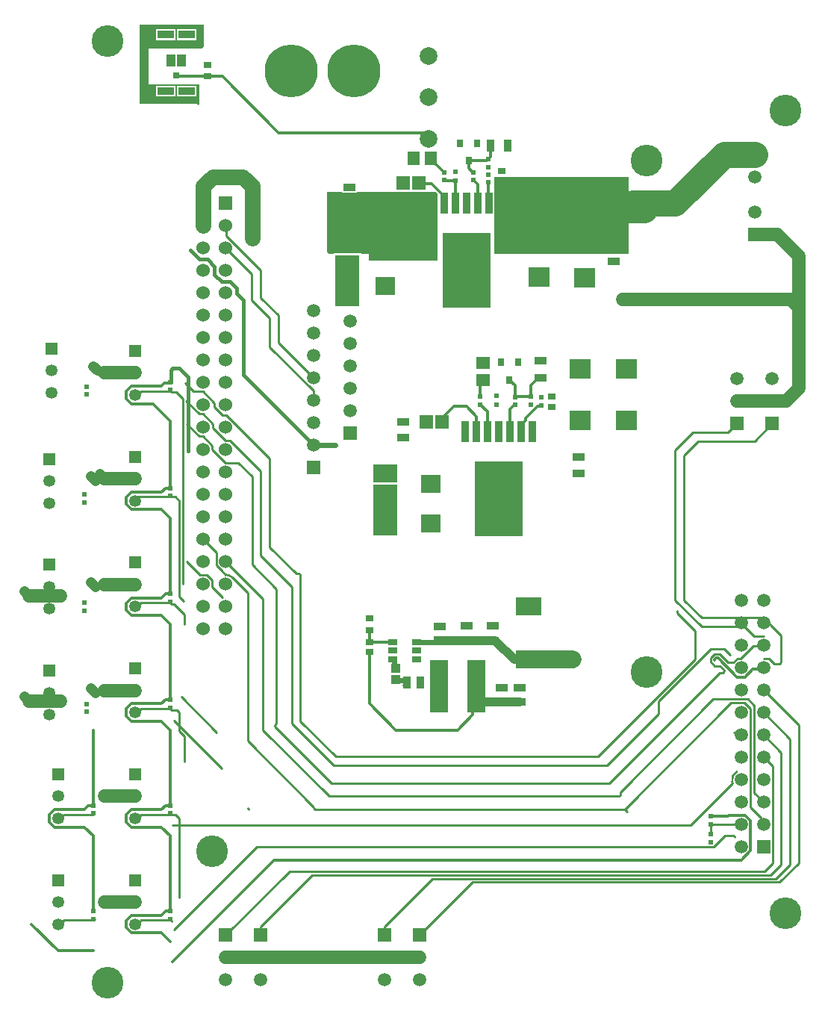
<source format=gtl>
G04*
G04 #@! TF.GenerationSoftware,Altium Limited,Altium Designer,21.2.2 (38)*
G04*
G04 Layer_Physical_Order=1*
G04 Layer_Color=255*
%FSLAX25Y25*%
%MOIN*%
G70*
G04*
G04 #@! TF.SameCoordinates,CEF95F07-8C43-49F3-AA8E-E0B24A2A1908*
G04*
G04*
G04 #@! TF.FilePolarity,Positive*
G04*
G01*
G75*
%ADD13C,0.01575*%
%ADD14C,0.01000*%
G04:AMPARAMS|DCode=15|XSize=210.63mil|YSize=336.22mil|CornerRadius=2.11mil|HoleSize=0mil|Usage=FLASHONLY|Rotation=0.000|XOffset=0mil|YOffset=0mil|HoleType=Round|Shape=RoundedRectangle|*
%AMROUNDEDRECTD15*
21,1,0.21063,0.33201,0,0,0.0*
21,1,0.20642,0.33622,0,0,0.0*
1,1,0.00421,0.10321,-0.16600*
1,1,0.00421,-0.10321,-0.16600*
1,1,0.00421,-0.10321,0.16600*
1,1,0.00421,0.10321,0.16600*
%
%ADD15ROUNDEDRECTD15*%
G04:AMPARAMS|DCode=16|XSize=35.04mil|YSize=94.88mil|CornerRadius=1.93mil|HoleSize=0mil|Usage=FLASHONLY|Rotation=0.000|XOffset=0mil|YOffset=0mil|HoleType=Round|Shape=RoundedRectangle|*
%AMROUNDEDRECTD16*
21,1,0.03504,0.09103,0,0,0.0*
21,1,0.03118,0.09488,0,0,0.0*
1,1,0.00385,0.01559,-0.04551*
1,1,0.00385,-0.01559,-0.04551*
1,1,0.00385,-0.01559,0.04551*
1,1,0.00385,0.01559,0.04551*
%
%ADD16ROUNDEDRECTD16*%
%ADD17R,0.09252X0.08661*%
%ADD18R,0.05512X0.03740*%
%ADD19R,0.05315X0.06102*%
%ADD20R,0.02362X0.02362*%
%ADD21R,0.02254X0.02237*%
%ADD22R,0.02165X0.02165*%
%ADD23R,0.03740X0.05709*%
%ADD24R,0.01860X0.01843*%
%ADD25R,0.03150X0.03543*%
%ADD26R,0.11102X0.07953*%
%ADD27R,0.11102X0.22913*%
%ADD28R,0.08661X0.08071*%
%ADD29R,0.05906X0.06102*%
%ADD30R,0.03543X0.02953*%
%ADD31R,0.06102X0.05315*%
%ADD32R,0.05709X0.03740*%
%ADD33R,0.11811X0.07874*%
%ADD34R,0.07913X0.23622*%
%ADD35R,0.03740X0.03150*%
%ADD36R,0.03347X0.02756*%
%ADD37R,0.03937X0.04331*%
%ADD38R,0.07284X0.03543*%
%ADD39R,0.02953X0.02953*%
%ADD40R,0.04134X0.05709*%
G04:AMPARAMS|DCode=41|XSize=43.31mil|YSize=23.62mil|CornerRadius=2.01mil|HoleSize=0mil|Usage=FLASHONLY|Rotation=180.000|XOffset=0mil|YOffset=0mil|HoleType=Round|Shape=RoundedRectangle|*
%AMROUNDEDRECTD41*
21,1,0.04331,0.01961,0,0,180.0*
21,1,0.03929,0.02362,0,0,180.0*
1,1,0.00402,-0.01965,0.00980*
1,1,0.00402,0.01965,0.00980*
1,1,0.00402,0.01965,-0.00980*
1,1,0.00402,-0.01965,-0.00980*
%
%ADD41ROUNDEDRECTD41*%
%ADD42R,0.03394X0.02985*%
%ADD43R,0.05315X0.03740*%
%ADD44R,0.03740X0.05315*%
%ADD45R,0.05787X0.03819*%
%ADD65C,0.05315*%
%ADD66R,0.05315X0.05315*%
%ADD76C,0.01000*%
%ADD77C,0.11811*%
%ADD78C,0.01181*%
%ADD79C,0.07087*%
%ADD80C,0.03937*%
%ADD81C,0.02362*%
%ADD82C,0.05906*%
%ADD83C,0.07874*%
%ADD84C,0.04724*%
%ADD85R,0.05906X0.05906*%
%ADD86C,0.05906*%
%ADD87R,0.06000X0.06000*%
%ADD88C,0.06000*%
%ADD89C,0.07874*%
%ADD90C,0.23622*%
%ADD91C,0.14173*%
%ADD92C,0.05000*%
G36*
X86614Y432087D02*
X85630Y431102D01*
X62008D01*
Y415354D01*
X84646D01*
Y406219D01*
X84146Y406012D01*
X83661Y406496D01*
X58071D01*
Y441929D01*
X86614D01*
Y432087D01*
D02*
G37*
G36*
X148425Y367126D02*
Y366772D01*
X155197D01*
Y367126D01*
X190404Y367126D01*
X190840Y366690D01*
X190945Y366534D01*
X190945Y336614D01*
X161417Y336614D01*
X160433D01*
Y339567D01*
X157008D01*
Y339724D01*
X144646D01*
Y339567D01*
X142717D01*
X141732Y340551D01*
X141732Y367126D01*
X148425D01*
D02*
G37*
G36*
X276575Y339567D02*
X216535D01*
Y374016D01*
X276575D01*
Y339567D01*
D02*
G37*
%LPC*%
G36*
X83346Y439803D02*
X74803D01*
Y435000D01*
X83346D01*
Y439803D01*
D02*
G37*
G36*
X74094D02*
X65551D01*
Y435000D01*
X74094D01*
Y439803D01*
D02*
G37*
G36*
X83346Y414606D02*
X74803D01*
Y409803D01*
X83346D01*
Y414606D01*
D02*
G37*
G36*
X74094D02*
X65551D01*
Y409803D01*
X74094D01*
Y414606D01*
D02*
G37*
%LPD*%
D13*
X88418Y337048D02*
X91582Y333884D01*
Y330276D02*
Y333884D01*
Y330276D02*
X94714Y327144D01*
X98322D01*
X101390Y324075D01*
X75787Y288386D02*
X79724Y284449D01*
X71946Y282379D02*
Y287463D01*
X72868Y288386D01*
X75787D01*
X79724Y251582D02*
Y284449D01*
X71850Y282284D02*
X71946Y282379D01*
X101390Y321838D02*
X104331Y318898D01*
X84810Y337048D02*
X88418D01*
X101390Y321838D02*
Y324075D01*
X80709Y341149D02*
X84810Y337048D01*
X104331Y285591D02*
X135827Y254095D01*
X104331Y285591D02*
Y318898D01*
D14*
X99371Y195131D02*
G03*
X96486Y196335I-2914J-2927D01*
G01*
X324733Y108427D02*
G03*
X322686Y103692I1881J-3624D01*
G01*
X298228Y179134D02*
X306102Y171260D01*
X298228Y179134D02*
Y180118D01*
X306102Y158465D02*
Y171260D01*
X71850Y231102D02*
X74016D01*
X313116Y163173D02*
X319110D01*
X289800Y134288D02*
Y139857D01*
X262795Y115157D02*
X306102Y158465D01*
X54800Y231102D02*
X71850D01*
X289800Y139857D02*
X313116Y163173D01*
X145669Y115157D02*
X262795D01*
X129921Y130905D02*
X145669Y115157D01*
X129335Y196850D02*
X129921Y196265D01*
Y130905D02*
Y196265D01*
X127953Y196850D02*
X129335D01*
X116142Y208661D02*
X127953Y196850D01*
X314795Y155677D02*
X317182D01*
X332161Y164577D02*
X336388D01*
X320791Y157213D02*
X323250D01*
X318998Y153256D02*
Y153862D01*
X312980Y159165D02*
X314680Y160865D01*
X318300Y152559D02*
X318998Y153256D01*
X326471Y158886D02*
X332161Y164577D01*
X317182Y155677D02*
X318998Y153862D01*
X316929Y152559D02*
X318300D01*
X323250Y157213D02*
X324923Y158886D01*
X317139Y160865D02*
X320791Y157213D01*
X314680Y160865D02*
X317139D01*
X324923Y158886D02*
X326471D01*
X336388Y164577D02*
X336614Y164803D01*
X312980Y157492D02*
X314795Y155677D01*
X319110Y163173D02*
X321850Y160433D01*
X266732Y111221D02*
X289800Y134288D01*
X144685Y111221D02*
X266732D01*
X125984Y129921D02*
X144685Y111221D01*
X125984Y129921D02*
Y190945D01*
X112205Y204724D02*
X125984Y190945D01*
X312980Y157492D02*
Y159165D01*
X332531Y168886D02*
X336614D01*
X328189Y173228D02*
X332531Y168886D01*
X267717Y103347D02*
X316929Y152559D01*
X336614Y158886D02*
X339049D01*
X341440Y156494D01*
X343875D02*
X344488Y157107D01*
X341440Y156494D02*
X343875D01*
X143701Y103347D02*
X267717D01*
X118525Y128523D02*
X143701Y103347D01*
X118525Y129351D02*
X119095Y129921D01*
X118525Y128523D02*
Y129351D01*
X119095Y129921D02*
Y189961D01*
X108268Y200787D02*
Y240158D01*
Y200787D02*
X119095Y189961D01*
X113189Y126969D02*
Y185473D01*
X96457Y202205D02*
X113189Y185473D01*
X272052Y97441D02*
X272638Y98027D01*
X142717Y97441D02*
X272052D01*
X272638Y98027D02*
Y99354D01*
X113189Y126969D02*
X142717Y97441D01*
X272638Y99354D02*
X314004Y140720D01*
X274606Y91535D02*
X274606D01*
X136413D02*
X274606D01*
X274606D02*
X275590Y90551D01*
X135827Y92121D02*
X136413Y91535D01*
X135827Y92121D02*
Y92520D01*
X106299Y122047D02*
X135827Y92520D01*
X303987Y84449D02*
X322686Y103147D01*
X72835Y84449D02*
X303987D01*
X21907Y89370D02*
X22755Y88522D01*
X24397Y89370D02*
X37402D01*
X106299Y122047D02*
Y188203D01*
Y92121D02*
X106885Y91535D01*
X99371Y195131D02*
X106299Y188203D01*
X274606Y91535D02*
X322162Y139091D01*
X92327Y200494D02*
X94744Y198076D01*
X96486Y196335D01*
X72244Y42126D02*
X72433Y41937D01*
X73417Y131110D02*
X94647Y109880D01*
X71850Y42126D02*
X72244D01*
X72433Y41543D02*
Y41937D01*
X313012Y84823D02*
X326594D01*
X312992Y80512D02*
Y84843D01*
X322686Y103561D02*
Y103692D01*
Y103147D02*
Y103561D01*
X73417Y37787D02*
X110386Y74756D01*
X314543D01*
X323358Y79724D02*
X323786Y79296D01*
X319511Y79724D02*
X323358D01*
X314543Y74756D02*
X319511Y79724D01*
X336614Y114803D02*
X340697Y110721D01*
X339874Y62315D02*
X344488Y66929D01*
X340697Y67515D02*
Y110721D01*
X337127Y63945D02*
X340697Y67515D01*
X206693Y59055D02*
X343902D01*
X342181Y60685D02*
X348425Y66929D01*
X124969Y63945D02*
X337127D01*
X112205Y39370D02*
X135150Y62315D01*
X167323Y39370D02*
X188638Y60685D01*
X343902Y59055D02*
X352362Y67515D01*
X188638Y60685D02*
X342181D01*
X96457Y35433D02*
X124969Y63945D01*
X135150Y62315D02*
X339874D01*
X183071Y35433D02*
X206693Y59055D01*
X96457Y352205D02*
X96797Y351864D01*
Y347705D02*
Y351864D01*
Y347705D02*
X112205Y332297D01*
X96457Y342205D02*
X108163Y330499D01*
X301181Y185039D02*
X309055Y177165D01*
X301181Y249664D02*
X307422Y255906D01*
X301181Y185039D02*
Y249664D01*
X297244Y185039D02*
X309055Y173228D01*
X297244Y251969D02*
X305118Y259842D01*
X297244Y185039D02*
Y251969D01*
X305118Y259842D02*
X320866D01*
X307422Y255906D02*
X332677D01*
X344488Y157107D02*
Y169291D01*
X340551Y173228D02*
X344488Y169291D01*
X314004Y140720D02*
X329752D01*
X332531Y98886D02*
Y137941D01*
X329752Y140720D02*
X332531Y137941D01*
X328100Y139091D02*
X330697Y136494D01*
Y92532D02*
Y136494D01*
Y92532D02*
X335676Y87553D01*
X322162Y139091D02*
X328100D01*
X75787Y52165D02*
Y87599D01*
X74016Y89370D02*
X75787Y87599D01*
X58846Y89370D02*
X74016D01*
X75787Y186482D02*
Y229331D01*
X74016Y231102D02*
X75787Y229331D01*
X98333Y256335D02*
X112205Y242462D01*
Y204724D02*
Y242462D01*
X58846Y183858D02*
X71850D01*
X309055Y177165D02*
X336614D01*
X309055Y173228D02*
X328189D01*
X336614Y177165D02*
X340551Y173228D01*
X58846Y278346D02*
X71850D01*
X76772Y141732D02*
X92520Y125984D01*
X56553Y277499D02*
X57998D01*
X58846Y278346D01*
X340551Y173228D02*
X340551D01*
X77413Y233610D02*
X77417Y233606D01*
X77413Y233610D02*
Y274949D01*
X74433Y277929D02*
X77413Y274949D01*
X77417Y192268D02*
Y233606D01*
X71850Y278346D02*
X72268Y277929D01*
X74433D01*
X112205Y320007D02*
X120079Y312133D01*
Y299843D02*
Y312133D01*
Y299843D02*
X135827Y284095D01*
X108163Y319003D02*
X116142Y311024D01*
Y298006D02*
X135600Y278547D01*
X116142Y298006D02*
Y311024D01*
X108163Y319003D02*
Y330499D01*
X112205Y320007D02*
Y332297D01*
X82161Y278075D02*
X86427D01*
X95181Y267640D02*
X96862D01*
X116142Y248360D01*
X86427Y278075D02*
X91457Y273045D01*
X116142Y208661D02*
Y248360D01*
X91457Y271364D02*
X95181Y267640D01*
X91457Y271364D02*
Y273045D01*
X78402Y281835D02*
X82161Y278075D01*
X75787Y186482D02*
X77806Y184464D01*
X22755Y88522D02*
X23549D01*
X24397Y89370D01*
X37984Y42709D02*
X37984D01*
X37402Y42126D02*
X37984Y42709D01*
X135600Y274321D02*
Y278547D01*
Y274321D02*
X135827Y274095D01*
X90804Y262017D02*
X96486Y256335D01*
X78790Y274031D02*
X84746Y268075D01*
X96486Y256335D02*
X98333D01*
X84746Y268075D02*
X86427D01*
X90804Y263698D01*
Y262017D02*
Y263698D01*
X102091Y246335D02*
X108268Y240158D01*
X96486Y246335D02*
X102091D01*
X77806Y184464D02*
Y184464D01*
X90587Y252234D02*
X96486Y246335D01*
X55824Y136614D02*
X56672Y135766D01*
X90587Y190910D02*
X95161Y186335D01*
X57123Y183010D02*
X57998D01*
X58846Y183858D01*
X56672Y135766D02*
X57998D01*
X58846Y136614D01*
X71850D01*
X56767Y88522D02*
X57998D01*
X58846Y89370D01*
X55885Y42126D02*
X56733Y41278D01*
X57998D01*
X58846Y42126D01*
X71850D01*
X37402Y42126D02*
X37402Y42126D01*
X20944Y41416D02*
X21654Y42126D01*
X22501Y41278D01*
X23549D01*
X24397Y42126D01*
X37402D01*
X78209Y174061D02*
Y178656D01*
X73572Y183293D02*
X78209Y178656D01*
X72416Y183293D02*
X73572D01*
X71850Y183858D02*
X72416Y183293D01*
X71850Y136614D02*
X72433Y136031D01*
X75787Y126482D02*
Y134843D01*
X323818Y125742D02*
X326979D01*
X72433Y136031D02*
X74598D01*
X75787Y134843D01*
Y126482D02*
X78158Y124111D01*
X79193Y263628D02*
X84746Y258075D01*
X312992Y84843D02*
X313012Y84823D01*
X326594D02*
X326614Y84803D01*
X79143Y202353D02*
X85161Y196335D01*
X88167D01*
X90587Y193915D01*
Y190910D02*
Y193915D01*
X78158Y112786D02*
Y124111D01*
X86457Y212205D02*
X92327Y206335D01*
Y200494D02*
Y206335D01*
X332531Y98886D02*
X336614Y94803D01*
X323575Y125984D02*
X323818Y125742D01*
X335676Y85742D02*
X336614Y84803D01*
X335676Y85742D02*
Y87553D01*
X336614Y124803D02*
X344488Y116929D01*
X336614Y144803D02*
X352362Y129055D01*
X348425Y66929D02*
Y122992D01*
X352362Y67515D02*
Y129055D01*
X344488Y66929D02*
Y116929D01*
X336614Y134803D02*
X348425Y122992D01*
X167323Y35433D02*
Y39370D01*
X112205Y35433D02*
Y39370D01*
X320866Y259842D02*
X324803Y263780D01*
X332677Y255906D02*
X340551Y263780D01*
X84746Y258075D02*
X86427D01*
X90587Y253916D01*
Y252234D02*
Y253916D01*
D15*
X218504Y230217D02*
D03*
X203976Y332165D02*
D03*
D16*
X203504Y260256D02*
D03*
X208504D02*
D03*
X213504D02*
D03*
X218504D02*
D03*
X223504D02*
D03*
X228504D02*
D03*
X233504D02*
D03*
X188976Y362205D02*
D03*
X193976D02*
D03*
X198976D02*
D03*
X203976D02*
D03*
X208976D02*
D03*
X213976D02*
D03*
X218976D02*
D03*
D17*
X236457Y329213D02*
D03*
Y352244D02*
D03*
X256890Y351772D02*
D03*
Y328740D02*
D03*
X254724Y288287D02*
D03*
Y265256D02*
D03*
X275394Y288287D02*
D03*
Y265256D02*
D03*
D18*
X175591Y257382D02*
D03*
Y264665D02*
D03*
X151811Y361988D02*
D03*
Y369272D02*
D03*
X269921Y343386D02*
D03*
Y336102D02*
D03*
X253937Y241634D02*
D03*
Y248917D02*
D03*
D19*
X188130Y382067D02*
D03*
X180453D02*
D03*
D20*
X199055Y376260D02*
D03*
Y372126D02*
D03*
X217323Y276279D02*
D03*
Y272146D02*
D03*
D21*
X194134Y372413D02*
D03*
Y375973D02*
D03*
X213819Y381878D02*
D03*
Y378318D02*
D03*
X210236Y272342D02*
D03*
Y275903D02*
D03*
X232677Y272342D02*
D03*
Y275903D02*
D03*
D22*
X213819Y371437D02*
D03*
Y374980D02*
D03*
X34342Y138673D02*
D03*
Y135130D02*
D03*
X237402Y275492D02*
D03*
Y271949D02*
D03*
X34449Y276772D02*
D03*
Y280315D02*
D03*
X33465Y228543D02*
D03*
Y232087D02*
D03*
Y180315D02*
D03*
Y183858D02*
D03*
X37402Y42520D02*
D03*
Y46063D02*
D03*
X71850Y278740D02*
D03*
Y282284D02*
D03*
Y231496D02*
D03*
Y235039D02*
D03*
X71850Y187795D02*
D03*
Y184252D02*
D03*
Y140551D02*
D03*
Y137008D02*
D03*
X71850Y89764D02*
D03*
Y93307D02*
D03*
Y42520D02*
D03*
Y46063D02*
D03*
X312992Y84843D02*
D03*
Y88386D02*
D03*
Y76968D02*
D03*
Y80512D02*
D03*
X37402Y89764D02*
D03*
Y93307D02*
D03*
D23*
X214902Y387972D02*
D03*
X222579D02*
D03*
D24*
X206929Y375776D02*
D03*
Y372610D02*
D03*
X225590Y272342D02*
D03*
Y275509D02*
D03*
D25*
X204961Y381083D02*
D03*
X201220Y388957D02*
D03*
X208701D02*
D03*
X226969Y291240D02*
D03*
X219488D02*
D03*
X223228Y283366D02*
D03*
D26*
X150827Y344173D02*
D03*
X167717Y241634D02*
D03*
D27*
X150827Y327638D02*
D03*
X167717Y225098D02*
D03*
D28*
X167756Y325079D02*
D03*
Y342795D02*
D03*
X188189Y236910D02*
D03*
Y219193D02*
D03*
D29*
X175591Y371063D02*
D03*
X182677D02*
D03*
X193110Y264665D02*
D03*
X186024D02*
D03*
D30*
X219724Y376654D02*
D03*
Y371732D02*
D03*
X242126Y271063D02*
D03*
Y275984D02*
D03*
D31*
X211417Y291043D02*
D03*
Y283366D02*
D03*
D32*
X237008Y291831D02*
D03*
Y284154D02*
D03*
D33*
X231614Y182087D02*
D03*
Y158465D02*
D03*
D34*
X191654Y146653D02*
D03*
X208583D02*
D03*
D35*
X160748Y171653D02*
D03*
Y176772D02*
D03*
D36*
Y166339D02*
D03*
Y161811D02*
D03*
D37*
X172559Y149409D02*
D03*
Y154527D02*
D03*
D38*
X69823Y412205D02*
D03*
X79075D02*
D03*
X69823Y437402D02*
D03*
X79075D02*
D03*
D39*
X74449Y419095D02*
D03*
D40*
X72047Y425984D02*
D03*
X76850D02*
D03*
D41*
X171181Y158661D02*
D03*
Y162402D02*
D03*
Y166142D02*
D03*
X181811D02*
D03*
Y162402D02*
D03*
Y158661D02*
D03*
D42*
X88583Y418791D02*
D03*
Y423728D02*
D03*
D43*
X192244Y173228D02*
D03*
Y167323D02*
D03*
D44*
X177480Y148228D02*
D03*
X183386D02*
D03*
D45*
X215866Y167008D02*
D03*
Y173543D02*
D03*
X204055Y167008D02*
D03*
Y173543D02*
D03*
X227677Y139449D02*
D03*
Y145984D02*
D03*
X219803Y139449D02*
D03*
Y145984D02*
D03*
D65*
X18701Y277559D02*
D03*
Y287402D02*
D03*
X17807Y133858D02*
D03*
Y143701D02*
D03*
X17717Y238189D02*
D03*
Y228346D02*
D03*
Y190945D02*
D03*
Y181102D02*
D03*
X21654Y50197D02*
D03*
Y40354D02*
D03*
X56102Y276575D02*
D03*
Y286417D02*
D03*
Y229330D02*
D03*
Y239173D02*
D03*
Y182087D02*
D03*
Y191929D02*
D03*
Y134843D02*
D03*
Y144685D02*
D03*
Y97441D02*
D03*
Y87599D02*
D03*
Y50197D02*
D03*
Y40354D02*
D03*
X21654Y97441D02*
D03*
Y87599D02*
D03*
D66*
X18701Y297244D02*
D03*
X17807Y153543D02*
D03*
X17717Y248031D02*
D03*
Y200787D02*
D03*
X21654Y60039D02*
D03*
X56102Y296260D02*
D03*
Y249016D02*
D03*
Y201772D02*
D03*
Y154528D02*
D03*
Y107283D02*
D03*
Y60039D02*
D03*
X21654Y107283D02*
D03*
D76*
X322686Y103561D02*
D03*
D77*
X255955Y352411D02*
X264764Y361221D01*
X278543Y362205D02*
X297244D01*
X242175Y350443D02*
X250984Y359252D01*
X254921Y351378D02*
X264764Y361221D01*
X297244Y362205D02*
X319055Y384016D01*
X250984Y359252D02*
X283465D01*
X319055Y384016D02*
X332677D01*
D78*
X192913Y264665D02*
Y266043D01*
X314701Y158452D02*
X315393Y159144D01*
X324886Y150630D02*
X328343D01*
X316371Y159144D02*
X324886Y150630D01*
X314701Y158205D02*
Y158452D01*
X315393Y159144D02*
X316371D01*
X328343Y150630D02*
X331890Y154177D01*
X335988D02*
X336614Y154803D01*
X331890Y154177D02*
X335988D01*
X160748Y138779D02*
X172559Y126968D01*
X200118D01*
X206912Y133763D01*
X312992Y88386D02*
X320618D01*
X118110Y68898D02*
X326610D01*
X330787Y73075D01*
X321209Y88976D02*
X328343D01*
X320618Y88386D02*
X321209Y88976D01*
X330787Y73075D02*
Y86532D01*
X328343Y88976D02*
X330787Y86532D01*
X72835Y23622D02*
X118110Y68898D01*
X199016Y372087D02*
X199055Y372126D01*
X198833Y372269D02*
X199016Y372087D01*
X194134Y372413D02*
X194277Y372269D01*
X198833D01*
X194125Y375973D02*
X194134D01*
X206929Y372610D02*
X206938D01*
X206921Y375776D02*
X206929D01*
X192953Y362677D02*
X193425Y362205D01*
X192953Y362677D02*
Y366220D01*
X193425Y362205D02*
X193976D01*
X198976D02*
X199016Y362244D01*
X190492Y379606D02*
X194125Y375973D01*
X199016Y362244D02*
Y372087D01*
X206938Y372610D02*
X208976Y370571D01*
Y364764D02*
Y370571D01*
X204961Y377736D02*
X206921Y375776D01*
X182087Y370748D02*
X188542D01*
X191956Y367334D01*
Y367217D02*
X192953Y366220D01*
X191956Y367217D02*
Y367334D01*
X213827Y381878D02*
X214902Y382953D01*
X213015Y381083D02*
X213810Y381878D01*
X204961Y381083D02*
X213015D01*
X213819Y381878D02*
X213827D01*
X213810D02*
X213819D01*
X188130Y381673D02*
Y382067D01*
Y381673D02*
X190197Y379606D01*
X190492D01*
X204961Y377736D02*
Y381083D01*
X214902Y382953D02*
Y387972D01*
X213898Y362283D02*
X213976Y362205D01*
X213819Y371437D02*
X213898Y371358D01*
Y362283D02*
Y371358D01*
X94988Y418791D02*
X120079Y393701D01*
X187008D01*
X88431Y418943D02*
X88583Y418791D01*
X94988D01*
X232677Y275903D02*
Y280807D01*
X236024Y284154D02*
X237008D01*
X232677Y280807D02*
X236024Y284154D01*
X236974Y271521D02*
X237402Y271949D01*
X235827Y271521D02*
X236974D01*
X230532Y265276D02*
Y266226D01*
X235827Y271521D01*
X225993Y275903D02*
X232677D01*
X225599Y275509D02*
X225993Y275903D01*
X225590Y275509D02*
X225599D01*
X225590D02*
Y280807D01*
X225582Y272342D02*
X225590D01*
X225251Y272011D02*
X225582Y272342D01*
X225251Y272003D02*
Y272011D01*
X223228Y283169D02*
X225590Y280807D01*
X223504Y270256D02*
X225251Y272003D01*
X223228Y283169D02*
Y283366D01*
X192913Y266043D02*
X198425Y271555D01*
X203937D02*
X208504Y266988D01*
X198425Y271555D02*
X203937D01*
X228504Y263248D02*
X230532Y265276D01*
X228504Y260256D02*
Y263248D01*
X223504Y260256D02*
Y270256D01*
X213504Y260256D02*
Y269083D01*
X208504Y260256D02*
Y266988D01*
X210245Y272342D02*
X213504Y269083D01*
X210236Y282185D02*
X211417Y283366D01*
X210236Y272342D02*
X210245D01*
X210236Y275903D02*
Y282185D01*
X74449Y419095D02*
X74600Y418943D01*
X88431D01*
X190079Y148228D02*
X191654Y146653D01*
X206912Y141145D02*
X208583Y142815D01*
X206912Y133763D02*
Y141145D01*
X208583Y142815D02*
Y146653D01*
Y142815D02*
X211949Y139449D01*
X176988Y147736D02*
X177480Y148228D01*
X176201Y146949D02*
X177480Y148228D01*
X172559Y150591D02*
X173839Y149311D01*
X160748Y138779D02*
Y161811D01*
X71850Y235039D02*
Y264764D01*
X54555Y272638D02*
X63976D01*
X71850Y264764D01*
X67914Y225394D02*
X71850Y221457D01*
Y187795D02*
Y221457D01*
X54555Y225394D02*
X67914D01*
X37402Y46063D02*
X37402Y46063D01*
Y79724D01*
X33465Y83661D02*
X37402Y79724D01*
X20106Y83661D02*
X33465D01*
X17717Y87657D02*
Y89146D01*
Y87657D02*
X17776Y87598D01*
Y85992D02*
Y87598D01*
Y85992D02*
X20106Y83661D01*
X17717Y89146D02*
X20106Y91535D01*
X33465D01*
X35236Y93307D02*
X37402D01*
X33465Y91535D02*
X35236Y93307D01*
X37402D02*
X37402Y93307D01*
Y126969D01*
X67913Y36417D02*
X71850Y32480D01*
X54555Y36417D02*
X67913D01*
X52165Y40354D02*
X52224Y40295D01*
Y38748D02*
Y40295D01*
Y38748D02*
X54555Y36417D01*
X54496Y44232D02*
X67854D01*
X52165Y41902D02*
X54496Y44232D01*
X52165Y40354D02*
Y41902D01*
X69685Y46063D02*
X71850D01*
X67854Y44232D02*
X69685Y46063D01*
X71850D02*
X71850Y46063D01*
Y79724D01*
X67913Y83661D02*
X71850Y79724D01*
X54555Y83661D02*
X67913D01*
X52165Y87598D02*
X52224Y87539D01*
Y85992D02*
Y87539D01*
Y85992D02*
X54555Y83661D01*
X54496Y91476D02*
X67854D01*
X52165Y89146D02*
X54496Y91476D01*
X52165Y87598D02*
Y89146D01*
X69685Y93307D02*
X71850D01*
X67854Y91476D02*
X69685Y93307D01*
X71850D02*
X71850Y93307D01*
Y126969D01*
X67913Y130905D02*
X71850Y126969D01*
X52165Y134843D02*
X52224Y134783D01*
Y133236D02*
Y134783D01*
Y133236D02*
X54555Y130905D01*
X67913D01*
X54496Y138721D02*
X67854D01*
X52165Y136390D02*
X54496Y138721D01*
X52165Y134843D02*
Y136390D01*
X69685Y140551D02*
X71850D01*
X67854Y138721D02*
X69685Y140551D01*
X71850D02*
X71850Y140551D01*
Y174213D01*
X67913Y178150D02*
X71850Y174213D01*
X54496Y185965D02*
X67854D01*
X69685Y187795D02*
X71850D01*
X52224Y180480D02*
X54555Y178150D01*
X67854Y185965D02*
X69685Y187795D01*
X52165Y183634D02*
X54496Y185965D01*
X54555Y178150D02*
X67913D01*
X52165Y182087D02*
Y183634D01*
Y182087D02*
X52224Y182027D01*
Y180480D02*
Y182027D01*
X52165Y229331D02*
X52224Y229272D01*
Y227724D02*
Y229272D01*
Y227724D02*
X54555Y225394D01*
X52165Y229331D02*
Y230901D01*
X54473Y233208D01*
X67854D01*
X69685Y235039D02*
X71850D01*
X67854Y233208D02*
X69685Y235039D01*
X71850D02*
X71850Y235039D01*
X52165Y276575D02*
X52224Y276516D01*
Y274969D02*
Y276516D01*
Y274969D02*
X54555Y272638D01*
X54555Y280512D02*
X67913D01*
X52165Y278122D02*
X54555Y280512D01*
X52165Y276575D02*
Y278122D01*
X71358Y281791D02*
X71850Y282284D01*
X69193Y281791D02*
X71358D01*
X67913Y280512D02*
X69193Y281791D01*
X21654Y28543D02*
X37402D01*
X9843Y40354D02*
X21654Y28543D01*
X40354Y288386D02*
X42323Y286417D01*
X192244Y167323D02*
X192559Y167008D01*
X191063Y166142D02*
X192244Y167323D01*
X160748Y166339D02*
Y171653D01*
X171083Y166240D02*
X171181Y166142D01*
X160847Y166240D02*
X171083D01*
X160748Y166339D02*
X160847Y166240D01*
X215866Y167008D02*
X216850D01*
D79*
X86457Y362205D02*
Y369865D01*
Y352205D02*
Y362205D01*
Y369865D02*
X90608Y374016D01*
X104116D01*
X108268Y369865D01*
Y346457D02*
Y369865D01*
D80*
X254724Y265748D02*
X254971Y265502D01*
X219803Y139449D02*
X227677D01*
X211949D02*
X219803D01*
X225394Y158465D02*
X231614D01*
X216850Y167008D02*
X225394Y158465D01*
X192559Y167008D02*
X204055D01*
X215866D01*
D81*
X171870Y155216D02*
X172559Y154527D01*
X171181Y158661D02*
X171870D01*
Y155216D02*
Y158661D01*
X173839Y149311D02*
X176201D01*
X135827Y254095D02*
X145512D01*
X181811Y166142D02*
X191063D01*
D82*
X273622Y319213D02*
X332677D01*
Y348268D02*
X342677D01*
X352362Y315753D02*
Y338583D01*
X342677Y348268D02*
X352362Y338583D01*
X332677Y319213D02*
X348903D01*
X352362Y279528D02*
Y315753D01*
X348903Y319213D02*
X352362Y315753D01*
X324803Y273780D02*
X340551D01*
X346614D01*
X352362Y279528D01*
X167323Y25433D02*
X183071D01*
X112205D02*
X167323D01*
X96457D02*
X112205D01*
X42323Y239173D02*
X56102D01*
X8858Y139764D02*
X22638D01*
X8858Y187008D02*
X22638D01*
X42323Y50197D02*
X56102D01*
X42323Y97441D02*
X56102D01*
X42323Y144685D02*
X56102D01*
X42323Y191929D02*
X56102D01*
X42323Y286417D02*
X56102D01*
D83*
X231614Y158465D02*
X251299D01*
D84*
X40354Y241142D02*
X42323Y239173D01*
X6890Y141732D02*
X8858Y139764D01*
X6890Y188976D02*
X8858Y187008D01*
X36311Y145669D02*
X38279Y143701D01*
X36417Y192913D02*
X38386Y190945D01*
X36417Y240158D02*
X38386Y238189D01*
X37402Y289370D02*
X39370Y287402D01*
D85*
X151969Y259528D02*
D03*
X336614Y74803D02*
D03*
X135827Y244094D02*
D03*
X96457Y35433D02*
D03*
X332677Y348268D02*
D03*
Y384016D02*
D03*
X324803Y263780D02*
D03*
X340551D02*
D03*
X183071Y35433D02*
D03*
X167323D02*
D03*
X112205D02*
D03*
D86*
X151969Y269528D02*
D03*
Y279528D02*
D03*
Y289528D02*
D03*
Y299528D02*
D03*
Y309528D02*
D03*
X326614Y74803D02*
D03*
X336614Y84803D02*
D03*
X326614D02*
D03*
X336614Y94803D02*
D03*
X326614D02*
D03*
X336614Y104803D02*
D03*
X326614D02*
D03*
X336614Y114803D02*
D03*
X326614D02*
D03*
X336614Y124803D02*
D03*
X326614D02*
D03*
X336614Y134803D02*
D03*
X326614D02*
D03*
X336614Y144803D02*
D03*
X326614D02*
D03*
X336614Y154803D02*
D03*
X326614D02*
D03*
X336614Y164803D02*
D03*
X326614D02*
D03*
X336614Y174803D02*
D03*
X326614D02*
D03*
X336614Y184803D02*
D03*
X326614D02*
D03*
X135827Y254095D02*
D03*
Y264094D02*
D03*
Y274095D02*
D03*
Y284095D02*
D03*
Y294094D02*
D03*
Y304095D02*
D03*
Y314094D02*
D03*
X96457Y25433D02*
D03*
Y15433D02*
D03*
X332677Y358268D02*
D03*
Y374016D02*
D03*
X324803Y283780D02*
D03*
Y273780D02*
D03*
X340551D02*
D03*
Y283780D02*
D03*
X183071Y25433D02*
D03*
Y15433D02*
D03*
X167323D02*
D03*
Y25433D02*
D03*
X112205D02*
D03*
Y15433D02*
D03*
D87*
X96457Y362205D02*
D03*
D88*
X86457D02*
D03*
X96457Y352205D02*
D03*
X86457D02*
D03*
X96457Y342205D02*
D03*
X86457D02*
D03*
X96457Y332205D02*
D03*
X86457D02*
D03*
X96457Y322205D02*
D03*
X86457D02*
D03*
X96457Y312205D02*
D03*
X86457D02*
D03*
X96457Y302205D02*
D03*
X86457D02*
D03*
X96457Y292205D02*
D03*
X86457D02*
D03*
X96457Y282205D02*
D03*
X86457D02*
D03*
X96457Y272205D02*
D03*
X86457D02*
D03*
X96457Y262205D02*
D03*
X86457D02*
D03*
X96457Y252205D02*
D03*
X86457D02*
D03*
X96457Y242205D02*
D03*
X86457D02*
D03*
X96457Y232205D02*
D03*
X86457D02*
D03*
X96457Y222205D02*
D03*
X86457D02*
D03*
X96457Y212205D02*
D03*
X86457D02*
D03*
X96457Y202205D02*
D03*
X86457D02*
D03*
X96457Y192205D02*
D03*
X86457D02*
D03*
X96457Y182205D02*
D03*
X86457D02*
D03*
X96457Y172205D02*
D03*
X86457D02*
D03*
D89*
X187008Y427953D02*
D03*
Y409449D02*
D03*
Y390945D02*
D03*
D90*
X125669Y421260D02*
D03*
X153858D02*
D03*
D91*
X90551Y72835D02*
D03*
X284347Y153020D02*
D03*
Y381366D02*
D03*
X346457Y403543D02*
D03*
Y45276D02*
D03*
X43701Y434646D02*
D03*
Y14173D02*
D03*
D92*
X273622Y319213D02*
D03*
M02*

</source>
